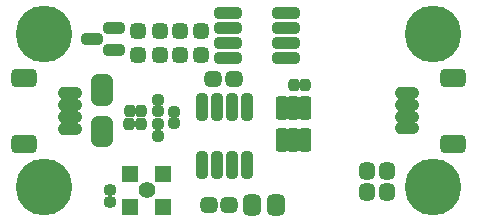
<source format=gbr>
%TF.GenerationSoftware,KiCad,Pcbnew,(6.0.4-0)*%
%TF.CreationDate,2022-08-01T10:55:25-06:00*%
%TF.ProjectId,lm334-source,6c6d3333-342d-4736-9f75-7263652e6b69,rev?*%
%TF.SameCoordinates,Original*%
%TF.FileFunction,Soldermask,Top*%
%TF.FilePolarity,Negative*%
%FSLAX46Y46*%
G04 Gerber Fmt 4.6, Leading zero omitted, Abs format (unit mm)*
G04 Created by KiCad (PCBNEW (6.0.4-0)) date 2022-08-01 10:55:25*
%MOMM*%
%LPD*%
G01*
G04 APERTURE LIST*
G04 Aperture macros list*
%AMRoundRect*
0 Rectangle with rounded corners*
0 $1 Rounding radius*
0 $2 $3 $4 $5 $6 $7 $8 $9 X,Y pos of 4 corners*
0 Add a 4 corners polygon primitive as box body*
4,1,4,$2,$3,$4,$5,$6,$7,$8,$9,$2,$3,0*
0 Add four circle primitives for the rounded corners*
1,1,$1+$1,$2,$3*
1,1,$1+$1,$4,$5*
1,1,$1+$1,$6,$7*
1,1,$1+$1,$8,$9*
0 Add four rect primitives between the rounded corners*
20,1,$1+$1,$2,$3,$4,$5,0*
20,1,$1+$1,$4,$5,$6,$7,0*
20,1,$1+$1,$6,$7,$8,$9,0*
20,1,$1+$1,$8,$9,$2,$3,0*%
%AMFreePoly0*
4,1,41,0.586777,0.930194,0.656366,0.874698,0.694986,0.794504,0.700000,0.750000,0.700000,-0.750000,0.680194,-0.836777,0.624698,-0.906366,0.544504,-0.944986,0.500000,-0.950000,0.000000,-0.950000,-0.023504,-0.944635,-0.083606,-0.943534,-0.139582,-0.934468,-0.274897,-0.892193,-0.326080,-0.867780,-0.444090,-0.789225,-0.486362,-0.751429,-0.577582,-0.642910,-0.607548,-0.594768,-0.664643,-0.465009,
-0.679893,-0.410393,-0.697476,-0.275933,-0.697084,-0.275882,-0.700000,-0.250000,-0.700000,0.250000,-0.697921,0.259109,-0.697582,0.286880,-0.675771,0.426957,-0.659192,0.481183,-0.598944,0.609508,-0.567811,0.656904,-0.473967,0.763162,-0.430783,0.799915,-0.310888,0.875563,-0.259125,0.898717,-0.122818,0.937674,-0.066635,0.945370,-0.042411,0.945222,0.000000,0.950000,0.500000,0.950000,
0.586777,0.930194,0.586777,0.930194,$1*%
%AMFreePoly1*
4,1,41,0.022678,0.944824,0.075125,0.944504,0.131210,0.936123,0.267031,0.895504,0.318507,0.871718,0.437469,0.794611,0.480202,0.757333,0.572740,0.649936,0.603290,0.602165,0.661967,0.473113,0.677883,0.418686,0.697980,0.278353,0.700000,0.250000,0.700000,-0.250000,0.699985,-0.252439,0.699836,-0.264655,0.697079,-0.295398,0.673559,-0.435199,0.656318,-0.489221,0.594506,-0.616800,
0.562797,-0.663810,0.467662,-0.768914,0.424032,-0.805137,0.303222,-0.879314,0.251181,-0.901834,0.114408,-0.939123,0.058135,-0.946132,0.037663,-0.945757,0.000000,-0.950000,-0.500000,-0.950000,-0.586777,-0.930194,-0.656366,-0.874698,-0.694986,-0.794504,-0.700000,-0.750000,-0.700000,0.750000,-0.680194,0.836777,-0.624698,0.906366,-0.544504,0.944986,-0.500000,0.950000,0.000000,0.950000,
0.022678,0.944824,0.022678,0.944824,$1*%
G04 Aperture macros list end*
%ADD10RoundRect,0.437500X-0.300000X-0.237500X0.300000X-0.237500X0.300000X0.237500X-0.300000X0.237500X0*%
%ADD11RoundRect,0.200000X0.325000X-0.780000X0.325000X0.780000X-0.325000X0.780000X-0.325000X-0.780000X0*%
%ADD12RoundRect,0.437500X0.250000X0.237500X-0.250000X0.237500X-0.250000X-0.237500X0.250000X-0.237500X0*%
%ADD13RoundRect,0.350000X-0.150000X0.825000X-0.150000X-0.825000X0.150000X-0.825000X0.150000X0.825000X0*%
%ADD14RoundRect,0.350000X-0.825000X-0.150000X0.825000X-0.150000X0.825000X0.150000X-0.825000X0.150000X0*%
%ADD15RoundRect,0.335000X-0.185000X0.135000X-0.185000X-0.135000X0.185000X-0.135000X0.185000X0.135000X0*%
%ADD16RoundRect,0.350000X0.587500X0.150000X-0.587500X0.150000X-0.587500X-0.150000X0.587500X-0.150000X0*%
%ADD17RoundRect,0.200000X-0.500000X-0.500000X0.500000X-0.500000X0.500000X0.500000X-0.500000X0.500000X0*%
%ADD18C,1.400000*%
%ADD19RoundRect,0.437500X0.300000X0.237500X-0.300000X0.237500X-0.300000X-0.237500X0.300000X-0.237500X0*%
%ADD20C,1.100000*%
%ADD21C,4.800000*%
%ADD22RoundRect,0.347500X0.147500X0.172500X-0.147500X0.172500X-0.147500X-0.172500X0.147500X-0.172500X0*%
%ADD23RoundRect,0.450000X0.325000X0.450000X-0.325000X0.450000X-0.325000X-0.450000X0.325000X-0.450000X0*%
%ADD24RoundRect,0.347500X-0.172500X0.147500X-0.172500X-0.147500X0.172500X-0.147500X0.172500X0.147500X0*%
%ADD25RoundRect,0.347500X-0.147500X-0.172500X0.147500X-0.172500X0.147500X0.172500X-0.147500X0.172500X0*%
%ADD26RoundRect,0.350000X-0.625000X0.150000X-0.625000X-0.150000X0.625000X-0.150000X0.625000X0.150000X0*%
%ADD27RoundRect,0.450000X-0.650000X0.350000X-0.650000X-0.350000X0.650000X-0.350000X0.650000X0.350000X0*%
%ADD28FreePoly0,270.000000*%
%ADD29FreePoly1,270.000000*%
%ADD30RoundRect,0.437500X0.237500X-0.287500X0.237500X0.287500X-0.237500X0.287500X-0.237500X-0.287500X0*%
%ADD31RoundRect,0.350000X0.625000X-0.150000X0.625000X0.150000X-0.625000X0.150000X-0.625000X-0.150000X0*%
%ADD32RoundRect,0.450000X0.650000X-0.350000X0.650000X0.350000X-0.650000X0.350000X-0.650000X-0.350000X0*%
G04 APERTURE END LIST*
D10*
%TO.C,C5*%
X116987500Y-98450000D03*
X118712500Y-98450000D03*
%TD*%
D11*
%TO.C,U1*%
X123200000Y-93000000D03*
X124150000Y-93000000D03*
X125100000Y-93000000D03*
X125100000Y-90300000D03*
X124150000Y-90300000D03*
X123200000Y-90300000D03*
%TD*%
D12*
%TO.C,R9*%
X112862500Y-83750000D03*
X111037500Y-83750000D03*
%TD*%
%TO.C,R8*%
X114537500Y-83750000D03*
X116362500Y-83750000D03*
%TD*%
%TO.C,R7*%
X112862500Y-85750000D03*
X111037500Y-85750000D03*
%TD*%
%TO.C,R6*%
X114537500Y-85750000D03*
X116362500Y-85750000D03*
%TD*%
D13*
%TO.C,U3*%
X120255000Y-90175000D03*
X118985000Y-90175000D03*
X117715000Y-90175000D03*
X116445000Y-90175000D03*
X116445000Y-95125000D03*
X117715000Y-95125000D03*
X118985000Y-95125000D03*
X120255000Y-95125000D03*
%TD*%
D14*
%TO.C,U2*%
X118575000Y-82245000D03*
X118575000Y-83515000D03*
X118575000Y-84785000D03*
X118575000Y-86055000D03*
X123525000Y-86055000D03*
X123525000Y-84785000D03*
X123525000Y-83515000D03*
X123525000Y-82245000D03*
%TD*%
D15*
%TO.C,R5*%
X108650000Y-98250000D03*
X108650000Y-97230000D03*
%TD*%
D16*
%TO.C,Q1*%
X107112500Y-84450000D03*
X108987500Y-83500000D03*
X108987500Y-85400000D03*
%TD*%
D17*
%TO.C,J3*%
X110350000Y-95850000D03*
X113150000Y-95850000D03*
X113150000Y-98650000D03*
X110350000Y-98650000D03*
D18*
X111750000Y-97250000D03*
%TD*%
D19*
%TO.C,C6*%
X117387500Y-87850000D03*
X119112500Y-87850000D03*
%TD*%
D20*
%TO.C,MH1*%
X101350000Y-84000000D03*
X103000000Y-82350000D03*
X104166726Y-85166726D03*
X104166726Y-82833274D03*
D21*
X103000000Y-84000000D03*
D20*
X104650000Y-84000000D03*
X101833274Y-82833274D03*
X101833274Y-85166726D03*
X103000000Y-85650000D03*
%TD*%
D21*
%TO.C,MH2*%
X136000000Y-84000000D03*
D20*
X137166726Y-82833274D03*
X134350000Y-84000000D03*
X137650000Y-84000000D03*
X137166726Y-85166726D03*
X136000000Y-82350000D03*
X136000000Y-85650000D03*
X134833274Y-85166726D03*
X134833274Y-82833274D03*
%TD*%
%TO.C,MH3*%
X101833274Y-98166726D03*
D21*
X103000000Y-97000000D03*
D20*
X104166726Y-98166726D03*
X101833274Y-95833274D03*
X104166726Y-95833274D03*
X103000000Y-95350000D03*
X104650000Y-97000000D03*
X101350000Y-97000000D03*
X103000000Y-98650000D03*
%TD*%
D21*
%TO.C,MH4*%
X136000000Y-97000000D03*
D20*
X134833274Y-95833274D03*
X134350000Y-97000000D03*
X137650000Y-97000000D03*
X136000000Y-95350000D03*
X137166726Y-98166726D03*
X137166726Y-95833274D03*
X134833274Y-98166726D03*
X136000000Y-98650000D03*
%TD*%
D22*
%TO.C,R3*%
X111250000Y-90550000D03*
X110280000Y-90550000D03*
%TD*%
%TO.C,R4*%
X111235000Y-91650000D03*
X110265000Y-91650000D03*
%TD*%
D23*
%TO.C,L1*%
X122660000Y-98450000D03*
X120610000Y-98450000D03*
%TD*%
D24*
%TO.C,C1*%
X112650000Y-89565000D03*
X112650000Y-90535000D03*
%TD*%
%TO.C,C2*%
X112650000Y-91650000D03*
X112650000Y-92620000D03*
%TD*%
%TO.C,C3*%
X114050000Y-90590000D03*
X114050000Y-91560000D03*
%TD*%
D25*
%TO.C,C4*%
X125135000Y-88350000D03*
X124165000Y-88350000D03*
%TD*%
D26*
%TO.C,J1*%
X105250000Y-89050000D03*
X105250000Y-90050000D03*
X105250000Y-91050000D03*
X105250000Y-92050000D03*
D27*
X101375000Y-93350000D03*
X101375000Y-87750000D03*
%TD*%
D28*
%TO.C,JP1*%
X107950000Y-88100000D03*
D29*
X107950000Y-89400000D03*
%TD*%
D28*
%TO.C,JP2*%
X107950000Y-91600000D03*
D29*
X107950000Y-92900000D03*
%TD*%
D30*
%TO.C,R1*%
X132050000Y-97375000D03*
X132050000Y-95625000D03*
%TD*%
%TO.C,R2*%
X130400000Y-97375000D03*
X130400000Y-95625000D03*
%TD*%
D31*
%TO.C,J2*%
X133750000Y-92000000D03*
X133750000Y-91000000D03*
X133750000Y-90000000D03*
X133750000Y-89000000D03*
D32*
X137625000Y-87700000D03*
X137625000Y-93300000D03*
%TD*%
M02*

</source>
